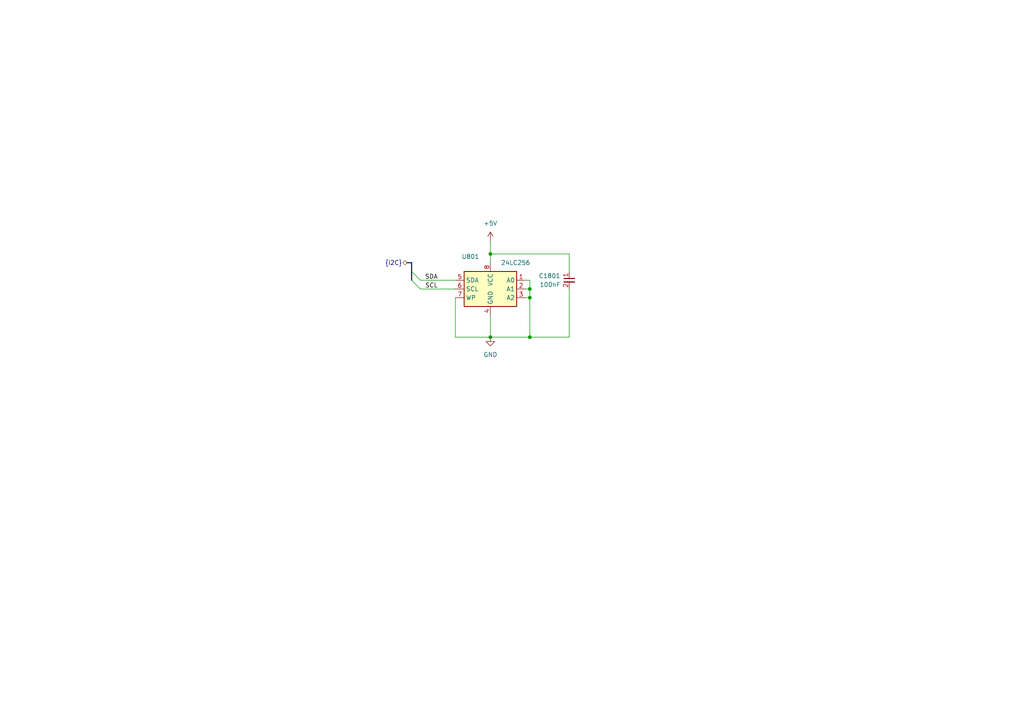
<source format=kicad_sch>
(kicad_sch (version 20231120) (generator "eeschema") (generator_version "8.0")
  (paper "A4")
  (lib_symbols
    (symbol "Memory_EEPROM:24LC256"
      (property "Reference" "U" (at -6.35 6.35 0))
      (property "Value" "24LC256" (at 1.27 6.35 0))
      (symbol "24LC256_1_1"
        (rectangle (start -7.62 5.08) (end 7.62 -5.08) (stroke (width 0.254)) (fill (type background)))
        (pin input line (at -10.16 2.54 0) (length 2.54) (name "A0") (number "1"))
        (pin input line (at -10.16 0 0) (length 2.54) (name "A1") (number "2"))
        (pin input line (at -10.16 -2.54 0) (length 2.54) (name "A2") (number "3"))
        (pin power_in line (at 0 -7.62 90) (length 2.54) (name "GND") (number "4"))
        (pin bidirectional line (at 10.16 2.54 180) (length 2.54) (name "SDA") (number "5"))
        (pin input line (at 10.16 0 180) (length 2.54) (name "SCL") (number "6"))
        (pin input line (at 10.16 -2.54 180) (length 2.54) (name "WP") (number "7"))
        (pin power_in line (at 0 7.62 270) (length 2.54) (name "VCC") (number "8"))
      )
    )
    (symbol "capacitor_miscellaneous:C_0402_100nF"
      (property "Reference" "C" (at 1.27 2.54 0))
      (property "Value" "100nF" (at 3.81 -2.54 0))
      (symbol "C_0402_100nF_0_1"
        (polyline (pts (xy -1.524 -0.508) (xy 1.524 -0.508)) (stroke (width 0.3302)))
        (polyline (pts (xy -1.524 0.508) (xy 1.524 0.508)) (stroke (width 0.3048)))
      )
      (symbol "C_0402_100nF_1_1"
        (pin passive line (at 0 2.54 270) (length 2.032) (name "~") (number "1"))
        (pin passive line (at 0 -2.54 90) (length 2.032) (name "~") (number "2"))
      )
    )
    (symbol "power:+5V" (power) (pin_names (offset 0))
      (property "Value" "+5V" (at 0 3.556 0))
      (symbol "+5V_0_1"
        (polyline (pts (xy -0.762 1.27) (xy 0 2.54)))
        (polyline (pts (xy 0 0) (xy 0 2.54)))
        (polyline (pts (xy 0 2.54) (xy 0.762 1.27)))
      )
      (symbol "+5V_1_1"
        (pin power_in line (at 0 0 90) (length 0) hide (name "+5V") (number "1"))
      )
    )
    (symbol "power:GND" (power) (pin_names (offset 0))
      (property "Value" "GND" (at 0 -3.81 0))
      (symbol "GND_0_1"
        (polyline (pts (xy 0 0) (xy 0 -1.27) (xy 1.27 -1.27) (xy 0 -2.54) (xy -1.27 -1.27) (xy 0 -1.27)))
      )
      (symbol "GND_1_1"
        (pin power_in line (at 0 0 270) (length 0) hide (name "GND") (number "1"))
      )
    )
  )
  (bus_alias "I2C" (members "SCL" "SDA"))
  (junction (at 153.67 86.36))
  (junction (at 153.67 97.79))
  (junction (at 153.67 83.82))
  (junction (at 142.24 73.66))
  (junction (at 142.24 97.79))
  (bus_entry (at 121.92 81.28) (size -2.54 -2.54))
  (bus_entry (at 121.92 83.82) (size -2.54 -2.54))
  (wire (pts (xy 142.24 69.85) (xy 142.24 73.66)))
  (wire (pts (xy 165.1 73.66) (xy 165.1 78.74)))
  (wire (pts (xy 132.08 86.36) (xy 132.08 97.79)))
  (wire (pts (xy 153.67 83.82) (xy 152.4 83.82)))
  (wire (pts (xy 132.08 81.28) (xy 121.92 81.28)))
  (bus (pts (xy 119.38 76.2) (xy 118.11 76.2)))
  (bus (pts (xy 119.38 81.28) (xy 119.38 78.74)))
  (wire (pts (xy 153.67 83.82) (xy 153.67 86.36)))
  (wire (pts (xy 142.24 91.44) (xy 142.24 97.79)))
  (wire (pts (xy 153.67 97.79) (xy 142.24 97.79)))
  (wire (pts (xy 142.24 97.79) (xy 132.08 97.79)))
  (bus (pts (xy 119.38 78.74) (xy 119.38 76.2)))
  (wire (pts (xy 165.1 73.66) (xy 142.24 73.66)))
  (wire (pts (xy 165.1 83.82) (xy 165.1 97.79)))
  (wire (pts (xy 142.24 73.66) (xy 142.24 76.2)))
  (wire (pts (xy 153.67 81.28) (xy 152.4 81.28)))
  (wire (pts (xy 153.67 86.36) (xy 153.67 97.79)))
  (wire (pts (xy 153.67 86.36) (xy 152.4 86.36)))
  (wire (pts (xy 132.08 83.82) (xy 121.92 83.82)))
  (wire (pts (xy 153.67 81.28) (xy 153.67 83.82)))
  (wire (pts (xy 165.1 97.79) (xy 153.67 97.79)))
  (label "SCL" (at 127 83.82 180))
  (label "SDA" (at 127 81.28 180))
  (hierarchical_label "{I2C}" (shape bidirectional) (at 118.11 76.2 180))
  (symbol (lib_id "capacitor_miscellaneous:C_0402_100nF") (at 165.1 81.28 0) (mirror y) (unit 1)
    (property "Reference" "C1801" (at 162.56 80.0162 0) (effects (justify left)))
    (property "Value" "100nF" (at 162.56 82.5562 0) (effects (justify left)))
    (property "Footprint" "Capacitor_SMD:C_0402_1005Metric" (effects (hide yes)))
    (property "JLCPCB Part#" "C307331" (effects (hide yes)))
  )
  (symbol (lib_id "power:+5V") (at 142.24 69.85 0) (mirror y) (unit 1)
    (property "Reference" "#PWR0801" (effects (hide yes)))
    (property "Value" "+5V" (at 142.24 64.77 0))
    (instances (project "EEPROM" (path "" (reference "#PWR0801") (unit 1))) (project "general_schematics" (path "" (reference "#PWR0154") (unit 1))) (project "" (path "" (reference "#PWR0801") (unit 1))))
  )
  (symbol (lib_id "Memory_EEPROM:24LC256") (at 142.24 83.82 0) (mirror y) (unit 1)
    (property "Reference" "U801" (at 133.858 74.422 0) (effects (justify right)))
    (property "Value" "24LC256" (at 145.2565 76.2 0) (effects (justify right)))
    (property "Footprint" "Package_SO:SOIC-8_3.9x4.9mm_P1.27mm" (effects (hide yes)))
    (property "Datasheet" "http://ww1.microchip.com/downloads/en/devicedoc/21203m.pdf" (effects (hide yes)))
    (property "JLCPCB Part#" "C2987263" (effects (hide yes)))
    (instances (project "EEPROM" (path "" (reference "U801") (unit 1))) (project "general_schematics" (path "" (reference "U1901") (unit 1))) (project "" (path "" (reference "U1801") (unit 1))))
  )
  (symbol (lib_id "power:GND") (at 142.24 97.79 0) (mirror y) (unit 1)
    (property "Reference" "#PWR0802" (effects (hide yes)))
    (property "Value" "GND" (at 142.24 102.87 0))
    (instances (project "EEPROM" (path "" (reference "#PWR0802") (unit 1))) (project "" (path "" (reference "#PWR0103") (unit 1))))
  )
)
</source>
